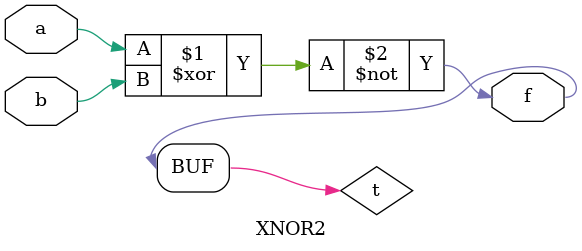
<source format=sv>
module INV (f, a);
  input a;
  output f;
  assign #0.2 f = ~a;
endmodule

module NAND2 (f, a, b);
  input a, b;
  output f;
  wire t;
  nand (t,a,b);
  assign #0.3 f = t;
endmodule

module AND2 (f, a, b);
  input a, b;
  output f;
  wire t;
  and (t,a,b);
  assign #0.5 f = t;
endmodule

module NOR2 (f, a, b);
  input a, b;
  output f;
  wire t;
  nor (t,a,b);
  assign #0.3 f = t;
endmodule

module OR2 (f, a, b);
  input a, b;
  output f;
  wire t;
  or (t,a,b);
  assign #0.5 f = t;
endmodule

module XOR2 (f, a, b);
  input a, b;
  output f;
  wire t;
  xor (t,a,b);
  assign #0.3 f = t;
endmodule

module XNOR2 (f, a, b);
  input a, b;
  output f;
  wire t;
  xnor (t,a,b);
  assign #0.3 f = t;
endmodule
</source>
